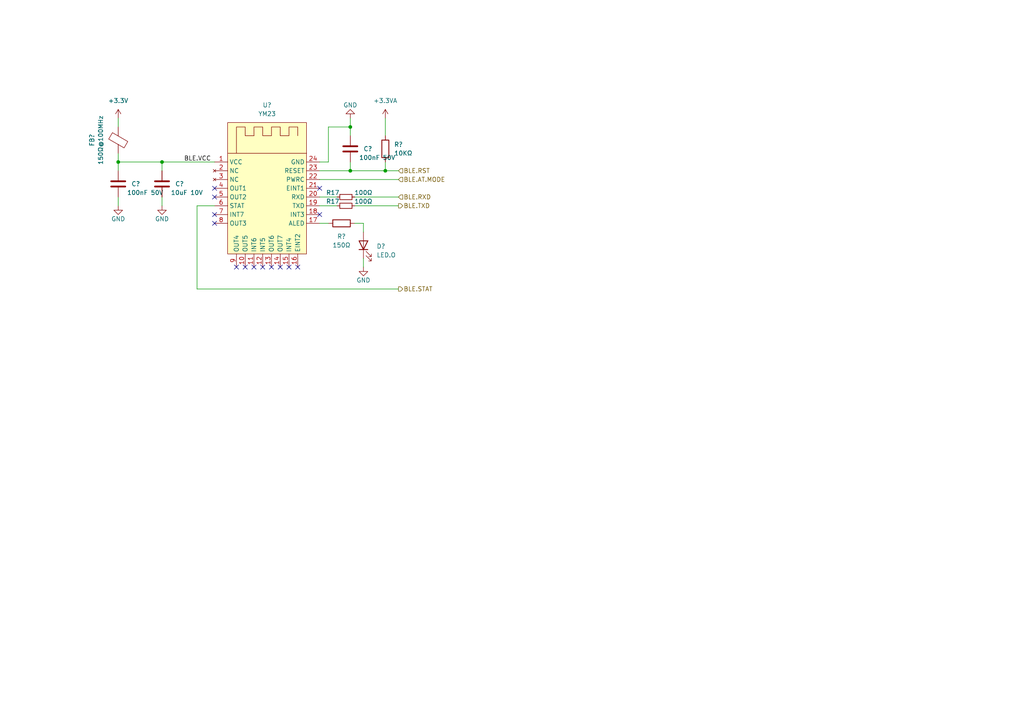
<source format=kicad_sch>
(kicad_sch (version 20230121) (generator eeschema)
  (paper "A4")
  (lib_symbols
    (symbol "Device:C" (pin_numbers hide) (pin_names (offset 0.254))
      (property "Reference" "C" (at 0.635 2.54 0))
      (property "Value" "C" (at 0.635 -2.54 0))
      (symbol "C_0_1"
        (polyline (pts (xy -2.032 -0.762) (xy 2.032 -0.762)) (stroke (width 0.508)))
        (polyline (pts (xy -2.032 0.762) (xy 2.032 0.762)) (stroke (width 0.508)))
      )
      (symbol "C_1_1"
        (pin passive line (at 0 3.81 270) (length 2.794) (name "~") (number "1"))
        (pin passive line (at 0 -3.81 90) (length 2.794) (name "~") (number "2"))
      )
    )
    (symbol "Device:FerriteBead" (pin_numbers hide) (pin_names (offset 0))
      (property "Reference" "FB" (at -3.81 0.635 90))
      (property "Value" "FerriteBead" (at 3.81 0 90))
      (symbol "FerriteBead_0_1"
        (polyline (pts (xy 0 -1.27) (xy 0 -1.2192)))
        (polyline (pts (xy 0 1.27) (xy 0 1.2954)))
        (polyline (pts (xy -2.7686 0.4064) (xy -1.7018 2.2606) (xy 2.7686 -0.3048) (xy 1.6764 -2.159) (xy -2.7686 0.4064)))
      )
      (symbol "FerriteBead_1_1"
        (pin passive line (at 0 3.81 270) (length 2.54) (name "~") (number "1"))
        (pin passive line (at 0 -3.81 90) (length 2.54) (name "~") (number "2"))
      )
    )
    (symbol "Device:LED" (pin_numbers hide) (pin_names (offset 1.016) hide)
      (property "Reference" "D" (at 0 2.54 0))
      (property "Value" "LED" (at 0 -2.54 0))
      (symbol "LED_0_1"
        (polyline (pts (xy -1.27 -1.27) (xy -1.27 1.27)) (stroke (width 0.254)))
        (polyline (pts (xy -1.27 0) (xy 1.27 0)))
        (polyline (pts (xy 1.27 -1.27) (xy 1.27 1.27) (xy -1.27 0) (xy 1.27 -1.27)) (stroke (width 0.254)))
        (polyline (pts (xy -3.048 -0.762) (xy -4.572 -2.286) (xy -3.81 -2.286) (xy -4.572 -2.286) (xy -4.572 -1.524)))
        (polyline (pts (xy -1.778 -0.762) (xy -3.302 -2.286) (xy -2.54 -2.286) (xy -3.302 -2.286) (xy -3.302 -1.524)))
      )
      (symbol "LED_1_1"
        (pin passive line (at -3.81 0 0) (length 2.54) (name "K") (number "1"))
        (pin passive line (at 3.81 0 180) (length 2.54) (name "A") (number "2"))
      )
    )
    (symbol "Device:R" (pin_numbers hide) (pin_names (offset 0))
      (property "Reference" "R" (at 2.032 0 90))
      (property "Value" "R" (at 0 0 90))
      (symbol "R_0_1"
        (rectangle (start -1.016 -2.54) (end 1.016 2.54) (stroke (width 0.254)))
      )
      (symbol "R_1_1"
        (pin passive line (at 0 3.81 270) (length 1.27) (name "~") (number "1"))
        (pin passive line (at 0 -3.81 90) (length 1.27) (name "~") (number "2"))
      )
    )
    (symbol "Device:R_Small" (pin_numbers hide) (pin_names (offset 0.254) hide)
      (property "Reference" "R" (at 0.762 0.508 0))
      (property "Value" "R_Small" (at 0.762 -1.016 0))
      (symbol "R_Small_0_1"
        (rectangle (start -0.762 1.778) (end 0.762 -1.778) (stroke (width 0.2032)))
      )
      (symbol "R_Small_1_1"
        (pin passive line (at 0 2.54 270) (length 0.762) (name "~") (number "1"))
        (pin passive line (at 0 -2.54 90) (length 0.762) (name "~") (number "2"))
      )
    )
    (symbol "JDY-23_BLE_Library:JDY-23"
      (property "Reference" "U" (at 0 0 0))
      (property "Value" "JDY-23" (at 0 -2.54 0))
      (symbol "JDY-23_1_1"
        (rectangle (start -11.43 20.32) (end 11.43 -17.78) (fill (type background)))
        (polyline (pts (xy -11.43 11.43) (xy 11.43 11.43)))
        (polyline (pts (xy -3.81 16.51) (xy -6.35 16.51) (xy -6.35 19.05) (xy -8.89 19.05) (xy -8.89 11.43)))
        (polyline (pts (xy 8.89 16.51) (xy 8.89 19.05) (xy 6.35 19.05) (xy 6.35 16.51) (xy 3.81 16.51) (xy 3.81 19.05) (xy 1.27 19.05) (xy 1.27 16.51) (xy -1.27 16.51) (xy -1.27 19.05) (xy -3.81 19.05) (xy -3.81 16.51)))
        (pin power_in line (at -15.24 8.89 0) (length 3.81) (name "VCC") (number "1"))
        (pin output line (at -6.35 -21.59 90) (length 3.81) (name "OUT5") (number "10"))
        (pin input line (at -3.81 -21.59 90) (length 3.81) (name "INT6") (number "11"))
        (pin input line (at -1.27 -21.59 90) (length 3.81) (name "INT5") (number "12"))
        (pin output line (at 1.27 -21.59 90) (length 3.81) (name "OUT6") (number "13"))
        (pin output line (at 3.81 -21.59 90) (length 3.81) (name "OUT7") (number "14"))
        (pin input line (at 6.35 -21.59 90) (length 3.81) (name "INT4") (number "15"))
        (pin input line (at 8.89 -21.59 90) (length 3.81) (name "EINT2") (number "16"))
        (pin output line (at 15.24 -8.89 180) (length 3.81) (name "ALED") (number "17"))
        (pin input line (at 15.24 -6.35 180) (length 3.81) (name "INT3") (number "18"))
        (pin output line (at 15.24 -3.81 180) (length 3.81) (name "TXD") (number "19"))
        (pin no_connect line (at -15.24 6.35 0) (length 3.81) (name "NC") (number "2"))
        (pin input line (at 15.24 -1.27 180) (length 3.81) (name "RXD") (number "20"))
        (pin input line (at 15.24 1.27 180) (length 3.81) (name "EINT1") (number "21"))
        (pin input line (at 15.24 3.81 180) (length 3.81) (name "PWRC") (number "22"))
        (pin input line (at 15.24 6.35 180) (length 3.81) (name "RESET") (number "23"))
        (pin power_in line (at 15.24 8.89 180) (length 3.81) (name "GND") (number "24"))
        (pin no_connect line (at -15.24 3.81 0) (length 3.81) (name "NC") (number "3"))
        (pin output line (at -15.24 1.27 0) (length 3.81) (name "OUT1") (number "4"))
        (pin output line (at -15.24 -1.27 0) (length 3.81) (name "OUT2") (number "5"))
        (pin output line (at -15.24 -3.81 0) (length 3.81) (name "STAT") (number "6"))
        (pin input line (at -15.24 -6.35 0) (length 3.81) (name "INT7") (number "7"))
        (pin output line (at -15.24 -8.89 0) (length 3.81) (name "OUT3") (number "8"))
        (pin output line (at -8.89 -21.59 90) (length 3.81) (name "OUT4") (number "9"))
      )
    )
    (symbol "power:+3.3V" (power) (pin_names (offset 0))
      (property "Value" "+3.3V" (at 0 3.556 0))
      (symbol "+3.3V_0_1"
        (polyline (pts (xy -0.762 1.27) (xy 0 2.54)))
        (polyline (pts (xy 0 0) (xy 0 2.54)))
        (polyline (pts (xy 0 2.54) (xy 0.762 1.27)))
      )
      (symbol "+3.3V_1_1"
        (pin power_in line (at 0 0 90) (length 0) hide (name "+3.3V") (number "1"))
      )
    )
    (symbol "power:+3.3VA" (power) (pin_names (offset 0))
      (property "Value" "+3.3VA" (at 0 3.556 0))
      (symbol "+3.3VA_0_1"
        (polyline (pts (xy -0.762 1.27) (xy 0 2.54)))
        (polyline (pts (xy 0 0) (xy 0 2.54)))
        (polyline (pts (xy 0 2.54) (xy 0.762 1.27)))
      )
      (symbol "+3.3VA_1_1"
        (pin power_in line (at 0 0 90) (length 0) hide (name "+3.3VA") (number "1"))
      )
    )
    (symbol "power:GND" (power) (pin_names (offset 0))
      (property "Value" "GND" (at 0 -3.81 0))
      (symbol "GND_0_1"
        (polyline (pts (xy 0 0) (xy 0 -1.27) (xy 1.27 -1.27) (xy 0 -2.54) (xy -1.27 -1.27) (xy 0 -1.27)))
      )
      (symbol "GND_1_1"
        (pin power_in line (at 0 0 270) (length 0) hide (name "GND") (number "1"))
      )
    )
  )
  (junction (at 46.99 46.99))
  (junction (at 101.6 36.83))
  (junction (at 111.76 49.53))
  (junction (at 34.29 46.99))
  (junction (at 101.6 49.53))
  (no_connect (at 71.12 77.47))
  (no_connect (at 86.36 77.47))
  (no_connect (at 81.28 77.47))
  (no_connect (at 92.71 62.23))
  (no_connect (at 76.2 77.47))
  (no_connect (at 62.23 64.77))
  (no_connect (at 83.82 77.47))
  (no_connect (at 68.58 77.47))
  (no_connect (at 92.71 54.61))
  (no_connect (at 73.66 77.47))
  (no_connect (at 62.23 54.61))
  (no_connect (at 62.23 62.23))
  (no_connect (at 62.23 57.15))
  (no_connect (at 78.74 77.47))
  (wire (pts (xy 95.25 46.99) (xy 92.71 46.99)))
  (wire (pts (xy 92.71 49.53) (xy 101.6 49.53)))
  (wire (pts (xy 92.71 59.69) (xy 97.79 59.69)))
  (wire (pts (xy 46.99 46.99) (xy 62.23 46.99)))
  (wire (pts (xy 101.6 49.53) (xy 111.76 49.53)))
  (wire (pts (xy 34.29 46.99) (xy 46.99 46.99)))
  (wire (pts (xy 92.71 52.07) (xy 115.57 52.07)))
  (wire (pts (xy 111.76 46.99) (xy 111.76 49.53)))
  (wire (pts (xy 57.15 83.82) (xy 115.57 83.82)))
  (wire (pts (xy 101.6 46.99) (xy 101.6 49.53)))
  (wire (pts (xy 34.29 46.99) (xy 34.29 44.45)))
  (wire (pts (xy 111.76 34.29) (xy 111.76 39.37)))
  (wire (pts (xy 101.6 36.83) (xy 101.6 39.37)))
  (wire (pts (xy 102.87 59.69) (xy 115.57 59.69)))
  (wire (pts (xy 62.23 59.69) (xy 57.15 59.69)))
  (wire (pts (xy 105.41 64.77) (xy 105.41 67.31)))
  (wire (pts (xy 111.76 49.53) (xy 115.57 49.53)))
  (wire (pts (xy 101.6 36.83) (xy 95.25 36.83)))
  (wire (pts (xy 46.99 57.15) (xy 46.99 59.69)))
  (wire (pts (xy 57.15 59.69) (xy 57.15 83.82)))
  (wire (pts (xy 34.29 57.15) (xy 34.29 59.69)))
  (wire (pts (xy 46.99 46.99) (xy 46.99 49.53)))
  (wire (pts (xy 92.71 57.15) (xy 97.79 57.15)))
  (wire (pts (xy 102.87 64.77) (xy 105.41 64.77)))
  (wire (pts (xy 92.71 64.77) (xy 95.25 64.77)))
  (wire (pts (xy 105.41 74.93) (xy 105.41 77.47)))
  (wire (pts (xy 101.6 34.29) (xy 101.6 36.83)))
  (wire (pts (xy 102.87 57.15) (xy 115.57 57.15)))
  (wire (pts (xy 34.29 46.99) (xy 34.29 49.53)))
  (wire (pts (xy 34.29 34.29) (xy 34.29 36.83)))
  (wire (pts (xy 95.25 36.83) (xy 95.25 46.99)))
  (label "BLE.VCC" (at 53.34 46.99 0))
  (hierarchical_label "BLE.STAT" (shape output) (at 115.57 83.82 0))
  (hierarchical_label "BLE.TXD" (shape output) (at 115.57 59.69 0))
  (hierarchical_label "BLE.RST" (shape input) (at 115.57 49.53 0))
  (hierarchical_label "BLE.RXD" (shape input) (at 115.57 57.15 0))
  (hierarchical_label "BLE.AT.MODE" (shape input) (at 115.57 52.07 0))
  (symbol (lib_id "Device:R_Small") (at 100.33 59.69 90) (unit 1)
    (property "Reference" "R17" (at 96.52 58.42 90))
    (property "Value" "100Ω" (at 105.41 58.42 90))
    (property "Footprint" "Resistor_SMD:R_0402_1005Metric" (effects hide))
    (property "LCSC" "C25076" (effects hide))
    (property "MFR" "0402WGF1000TCE" (effects hide))
    (instances (project "NTR-MAIN-U2xx" (path "" (reference "R17") (unit 1)) (path "" (reference "R33") (unit 1)) (path "" (reference "R37") (unit 1))) (project "NTR-K101" (path "" (reference "R?") (unit 1))) (project "M2M_OBD2_Mini" (path "" (reference "R?") (unit 1))) (project "ISO_CAN_BUS_Analyzer_Tool_V2" (path "" (reference "R?") (unit 1)) (path "" (reference "R?") (unit 1))) (project "Smart_DTC_Eraser_BLE_V1" (path "" (reference "R?") (unit 1)) (path "" (reference "R?") (unit 1))) (project "M2M_3G_OBD2" (path "" (reference "R?") (unit 1))))
  )
  (symbol (lib_id "Device:R") (at 99.06 64.77 90) (unit 1)
    (property "Reference" "R?" (at 99.06 68.58 90))
    (property "Value" "150Ω" (at 99.06 71.12 90))
    (property "Footprint" "Resistor_SMD:R_0402_1005Metric" (effects hide))
    (property "LCSC" "C25082" (effects hide))
    (property "MFR" "0402WGF1500TCE" (effects hide))
    (instances (project "NTR-C111" (path "" (reference "R?") (unit 1))) (project "NTR-MAIN-U2xx" (path "" (reference "R15") (unit 1))) (project "M2M_OBD2_Mini" (path "" (reference "R?") (unit 1))) (project "ISO_CAN_BUS_Analyzer_Tool_V2" (path "" (reference "R?") (unit 1)) (path "" (reference "R?") (unit 1))) (project "Smart_DTC_Eraser_BLE_V1" (path "" (reference "R?") (unit 1)) (path "" (reference "R?") (unit 1)) (path "" (reference "R?") (unit 1))) (project "M2M_3G_OBD2" (path "" (reference "R?") (unit 1)) (path "" (reference "R?") (unit 1))))
  )
  (symbol (lib_id "Device:FerriteBead") (at 34.29 40.64 180) (unit 1)
    (property "Reference" "FB?" (at 26.67 40.64 90))
    (property "Value" "150Ω@100MHz" (at 29.21 40.64 90))
    (property "Footprint" "Inductor_SMD:L_0402_1005Metric" (effects hide))
    (property "LCSC" "C160612" (effects hide))
    (property "MFR" "CBG100505U151T" (effects hide))
    (instances (project "NTR-C111" (path "" (reference "FB?") (unit 1))) (project "NTR-MAIN-U2xx" (path "" (reference "FB1") (unit 1))) (project "M2M_OBD2_Mini" (path "" (reference "FB?") (unit 1))) (project "Smart_DTC_Eraser_BLE_V1" (path "" (reference "FB?") (unit 1)) (path "" (reference "FB?") (unit 1))) (project "M2M_3G_OBD2" (path "" (reference "FB?") (unit 1))))
  )
  (symbol (lib_id "power:GND") (at 101.6 34.29 180) (unit 1)
    (property "Reference" "#PWR?" (effects hide))
    (property "Value" "GND" (at 101.6 30.48 0))
    (instances (project "NTR-C111" (path "" (reference "#PWR?") (unit 1))) (project "NTR-MAIN-U2xx" (path "" (reference "#PWR033") (unit 1))) (project "Smart_DTC_Eraser_BLE_V1" (path "" (reference "#PWR?") (unit 1))))
  )
  (symbol (lib_id "Device:C") (at 101.6 43.18 0) (unit 1)
    (property "Reference" "C?" (at 105.41 43.18 0) (effects (justify left)))
    (property "Value" "100nF 50V" (at 104.14 45.72 0) (effects (justify left)))
    (property "Footprint" "Capacitor_SMD:C_0402_1005Metric" (effects hide))
    (property "LCSC" "C77020" (effects hide))
    (property "MFR" "GRM155R71H104KE14D" (effects hide))
    (instances (project "NTR-C111" (path "" (reference "C?") (unit 1))) (project "NTR-MAIN-U2xx" (path "" (reference "C10") (unit 1))) (project "M2M_OBD2_Mini" (path "" (reference "C?") (unit 1))) (project "Smart_DTC_Eraser_BLE_V1" (path "" (reference "C?") (unit 1)) (path "" (reference "C?") (unit 1))) (project "M2M_3G_OBD2" (path "" (reference "C?") (unit 1))))
  )
  (symbol (lib_id "Device:C") (at 34.29 53.34 0) (unit 1)
    (property "Reference" "C?" (at 38.1 53.34 0) (effects (justify left)))
    (property "Value" "100nF 50V" (at 36.83 55.88 0) (effects (justify left)))
    (property "Footprint" "Capacitor_SMD:C_0402_1005Metric" (effects hide))
    (property "LCSC" "C77020" (effects hide))
    (property "MFR" "GRM155R71H104KE14D" (effects hide))
    (instances (project "NTR-C111" (path "" (reference "C?") (unit 1))) (project "NTR-MAIN-U2xx" (path "" (reference "C8") (unit 1))) (project "M2M_OBD2_Mini" (path "" (reference "C?") (unit 1))) (project "Smart_DTC_Eraser_BLE_V1" (path "" (reference "C?") (unit 1)) (path "" (reference "C?") (unit 1))) (project "M2M_3G_OBD2" (path "" (reference "C?") (unit 1))))
  )
  (symbol (lib_id "power:GND") (at 105.41 77.47 0) (unit 1)
    (property "Reference" "#PWR?" (effects hide))
    (property "Value" "GND" (at 105.41 81.28 0))
    (instances (project "NTR-C111" (path "" (reference "#PWR?") (unit 1))) (project "NTR-MAIN-U2xx" (path "" (reference "#PWR034") (unit 1))) (project "Smart_DTC_Eraser_BLE_V1" (path "" (reference "#PWR?") (unit 1)) (path "" (reference "#PWR?") (unit 1))))
  )
  (symbol (lib_id "power:+3.3VA") (at 111.76 34.29 0) (unit 1)
    (property "Reference" "#PWR?" (effects hide))
    (property "Value" "+3.3VA" (at 111.76 29.21 0))
    (instances (project "NTR-C111" (path "" (reference "#PWR?") (unit 1))) (project "NTR-MAIN-U2xx" (path "" (reference "#PWR035") (unit 1))) (project "Smart_DTC_Eraser_BLE_V1" (path "" (reference "#PWR?") (unit 1))))
  )
  (symbol (lib_id "Device:R_Small") (at 100.33 57.15 90) (unit 1)
    (property "Reference" "R17" (at 96.52 55.88 90))
    (property "Value" "100Ω" (at 105.41 55.88 90))
    (property "Footprint" "Resistor_SMD:R_0402_1005Metric" (effects hide))
    (property "LCSC" "C25076" (effects hide))
    (property "MFR" "0402WGF1000TCE" (effects hide))
    (instances (project "NTR-MAIN-U2xx" (path "" (reference "R17") (unit 1)) (path "" (reference "R33") (unit 1)) (path "" (reference "R36") (unit 1))) (project "NTR-K101" (path "" (reference "R?") (unit 1))) (project "M2M_OBD2_Mini" (path "" (reference "R?") (unit 1))) (project "ISO_CAN_BUS_Analyzer_Tool_V2" (path "" (reference "R?") (unit 1)) (path "" (reference "R?") (unit 1))) (project "Smart_DTC_Eraser_BLE_V1" (path "" (reference "R?") (unit 1)) (path "" (reference "R?") (unit 1))) (project "M2M_3G_OBD2" (path "" (reference "R?") (unit 1))))
  )
  (symbol (lib_id "power:+3.3V") (at 34.29 34.29 0) (unit 1)
    (property "Reference" "#PWR?" (effects hide))
    (property "Value" "+3.3V" (at 34.29 29.21 0))
    (instances (project "NTR-C111" (path "" (reference "#PWR?") (unit 1))) (project "NTR-MAIN-U2xx" (path "" (reference "#PWR030") (unit 1))) (project "Smart_DTC_Eraser_BLE_V1" (path "" (reference "#PWR?") (unit 1))))
  )
  (symbol (lib_id "Device:C") (at 46.99 53.34 0) (unit 1)
    (property "Reference" "C?" (at 50.8 53.34 0) (effects (justify left)))
    (property "Value" "10uF 10V" (at 49.53 55.88 0) (effects (justify left)))
    (property "Footprint" "Capacitor_SMD:C_0402_1005Metric" (effects hide))
    (property "LCSC" "C315248" (effects hide))
    (property "MFR" "CL05A106MP5NUNC" (effects hide))
    (instances (project "NTR-C111" (path "" (reference "C?") (unit 1))) (project "NTR-MAIN-U2xx" (path "" (reference "C9") (unit 1))) (project "M2M_OBD2_Mini" (path "" (reference "C?") (unit 1))) (project "Smart_DTC_Eraser_BLE_V1" (path "" (reference "C?") (unit 1)) (path "" (reference "C?") (unit 1))) (project "M2M_3G_OBD2" (path "" (reference "C?") (unit 1))))
  )
  (symbol (lib_id "power:GND") (at 46.99 59.69 0) (unit 1)
    (property "Reference" "#PWR?" (effects hide))
    (property "Value" "GND" (at 46.99 63.5 0))
    (instances (project "NTR-C111" (path "" (reference "#PWR?") (unit 1))) (project "NTR-MAIN-U2xx" (path "" (reference "#PWR032") (unit 1))) (project "Smart_DTC_Eraser_BLE_V1" (path "" (reference "#PWR?") (unit 1))))
  )
  (symbol (lib_id "power:GND") (at 34.29 59.69 0) (unit 1)
    (property "Reference" "#PWR?" (effects hide))
    (property "Value" "GND" (at 34.29 63.5 0))
    (instances (project "NTR-C111" (path "" (reference "#PWR?") (unit 1))) (project "NTR-MAIN-U2xx" (path "" (reference "#PWR031") (unit 1))) (project "Smart_DTC_Eraser_BLE_V1" (path "" (reference "#PWR?") (unit 1))))
  )
  (symbol (lib_id "JDY-23_BLE_Library:JDY-23") (at 77.47 55.88 0) (unit 1)
    (property "Reference" "U?" (at 77.47 30.48 0))
    (property "Value" "YM23" (at 77.47 33.02 0))
    (property "Footprint" "JDY-08:JDY-08" (effects hide))
    (property "Datasheet" "https://fcc.report/FCC-ID/2AXM8-JDY-23/4936741.pdf" (effects hide))
    (property "LCSC" "C2905738" (effects hide))
    (property "MFR" "YM23" (effects hide))
    (instances (project "NTR-C111" (path "" (reference "U?") (unit 1))) (project "NTR-MAIN-U2xx" (path "" (reference "U4") (unit 1))) (project "Smart_DTC_Eraser_BLE_V1" (path "" (reference "U?") (unit 1))))
  )
  (symbol (lib_id "Device:R") (at 111.76 43.18 180) (unit 1)
    (property "Reference" "R?" (at 114.3 41.91 0) (effects (justify right)))
    (property "Value" "10KΩ" (at 114.3 44.45 0) (effects (justify right)))
    (property "Footprint" "Resistor_SMD:R_0402_1005Metric" (effects hide))
    (property "LCSC" "C25744" (effects hide))
    (property "MFR" "0402WGF1002TCE" (effects hide))
    (instances (project "NTR-C111" (path "" (reference "R?") (unit 1))) (project "NTR-MAIN-U2xx" (path "" (reference "R16") (unit 1))) (project "M2M_OBD2_Mini" (path "" (reference "R?") (unit 1))) (project "ISO_CAN_BUS_Analyzer_Tool_V2" (path "" (reference "R?") (unit 1)) (path "" (reference "R?") (unit 1))) (project "Smart_DTC_Eraser_BLE_V1" (path "" (reference "R?") (unit 1)) (path "" (reference "R?") (unit 1)) (path "" (reference "R?") (unit 1))) (project "M2M_3G_OBD2" (path "" (reference "R?") (unit 1)) (path "" (reference "R?") (unit 1))))
  )
  (symbol (lib_id "Device:LED") (at 105.41 71.12 90) (unit 1)
    (property "Reference" "D?" (at 109.22 71.4375 90) (effects (justify right)))
    (property "Value" "LED.O" (at 109.22 73.9775 90) (effects (justify right)))
    (property "Footprint" "LED_SMD:LED_0402_1005Metric" (effects hide))
    (property "Datasheet" "https://datasheet.lcsc.com/lcsc/2102221738_Yongyu-Photoelectric-SZYY0402B_C434447.pdf" (effects hide))
    (property "LCSC" "C434447" (effects hide))
    (property "MFR" "SZYY0402B" (effects hide))
    (instances (project "NTR-C111" (path "" (reference "D?") (unit 1))) (project "NTR-MAIN-U2xx" (path "" (reference "D4") (unit 1))) (project "Smart_DTC_Eraser_BLE_V1" (path "" (reference "D?") (unit 1)) (path "" (reference "D?") (unit 1))))
  )
)
</source>
